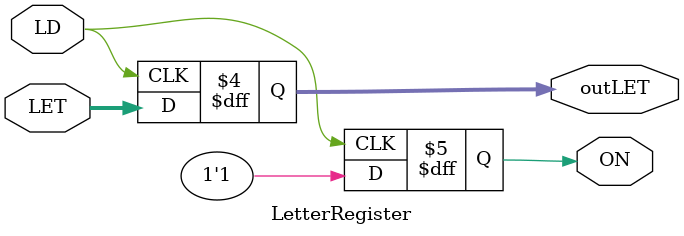
<source format=sv>
`timescale 1ns / 1ps


module LetterRegister(
    input [4:0] LET,
    input LD,
    output logic [4:0] outLET = 0,
    output logic ON = 0
    );
    
    //Stores current letter to be encrypted
    //ON is a latch that keeps the encrypted output off 
    //until the first character has been input
    always_ff @ (posedge LD) 
    begin
        outLET <= LET;
        ON <= 1;
    end
endmodule

</source>
